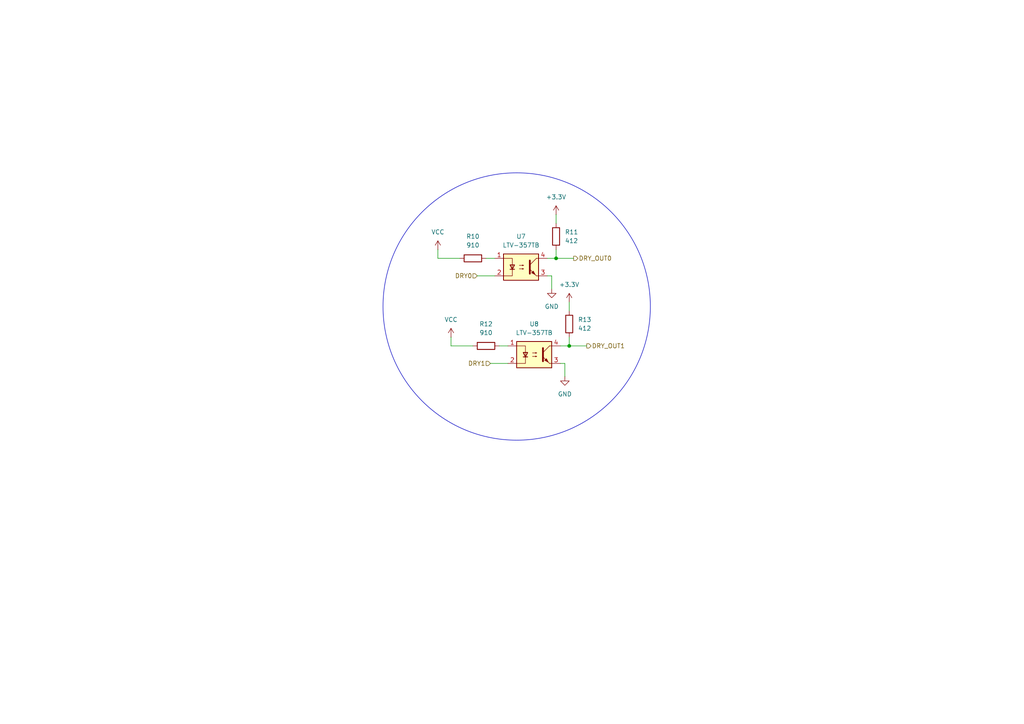
<source format=kicad_sch>
(kicad_sch (version 20250114) (generator "eeschema") (generator_version "9.0")
  (paper "A4")
  (lib_symbols
    (symbol "Device:R" (pin_numbers (hide yes)) (pin_names (offset 0))
      (property "Reference" "R" (at 2.032 0 90))
      (property "Value" "R" (at 0 0 90))
      (symbol "R_0_1"
        (rectangle (start -1.016 -2.54) (end 1.016 2.54) (stroke (width 0.254)))
      )
      (symbol "R_1_1"
        (pin passive line (at 0 3.81 270) (length 1.27) (name "~") (number "1"))
        (pin passive line (at 0 -3.81 90) (length 1.27) (name "~") (number "2"))
      )
    )
    (symbol "Isolator:LTV-357T" (pin_names (offset 1.016))
      (property "Reference" "U" (at -5.334 4.826 0))
      (property "Value" "LTV-357T" (at 0 5.08 0))
      (symbol "LTV-357T_0_1"
        (rectangle (start -5.08 3.81) (end 5.08 -3.81) (stroke (width 0.254)) (fill (type background)))
        (polyline (pts (xy -5.08 2.54) (xy -2.54 2.54) (xy -2.54 -0.762)))
        (polyline (pts (xy -3.175 -0.635) (xy -1.905 -0.635)) (stroke (width 0.254)))
        (polyline (pts (xy -2.54 -0.635) (xy -2.54 -2.54) (xy -5.08 -2.54)))
        (polyline (pts (xy -2.54 -0.635) (xy -3.175 0.635) (xy -1.905 0.635) (xy -2.54 -0.635)) (stroke (width 0.254)))
        (polyline (pts (xy -0.508 0.508) (xy 0.762 0.508) (xy 0.381 0.381) (xy 0.381 0.635) (xy 0.762 0.508)))
        (polyline (pts (xy -0.508 -0.508) (xy 0.762 -0.508) (xy 0.381 -0.635) (xy 0.381 -0.381) (xy 0.762 -0.508)))
        (polyline (pts (xy 2.54 1.905) (xy 2.54 -1.905) (xy 2.54 -1.905)) (stroke (width 0.508)))
        (polyline (pts (xy 2.54 0.635) (xy 4.445 2.54)))
        (polyline (pts (xy 3.048 -1.651) (xy 3.556 -1.143) (xy 4.064 -2.159) (xy 3.048 -1.651) (xy 3.048 -1.651)) (fill (type outline)))
        (polyline (pts (xy 4.445 2.54) (xy 5.08 2.54)))
        (polyline (pts (xy 4.445 -2.54) (xy 2.54 -0.635)) (fill (type outline)))
        (polyline (pts (xy 4.445 -2.54) (xy 5.08 -2.54)))
      )
      (symbol "LTV-357T_1_1"
        (pin passive line (at -7.62 2.54 0) (length 2.54) (name "~") (number "1"))
        (pin passive line (at -7.62 -2.54 0) (length 2.54) (name "~") (number "2"))
        (pin passive line (at 7.62 2.54 180) (length 2.54) (name "~") (number "4"))
        (pin passive line (at 7.62 -2.54 180) (length 2.54) (name "~") (number "3"))
      )
    )
    (symbol "power:+3.3V" (power) (pin_numbers (hide yes)) (pin_names (offset 0) (hide yes))
      (property "Value" "+3.3V" (at 0 3.556 0))
      (symbol "+3.3V_0_1"
        (polyline (pts (xy -0.762 1.27) (xy 0 2.54)))
        (polyline (pts (xy 0 2.54) (xy 0.762 1.27)))
        (polyline (pts (xy 0 0) (xy 0 2.54)))
      )
      (symbol "+3.3V_1_1"
        (pin power_in line (at 0 0 90) (length 0) (name "~") (number "1"))
      )
    )
    (symbol "power:GND" (power) (pin_numbers (hide yes)) (pin_names (offset 0) (hide yes))
      (property "Value" "GND" (at 0 -3.81 0))
      (symbol "GND_0_1"
        (polyline (pts (xy 0 0) (xy 0 -1.27) (xy 1.27 -1.27) (xy 0 -2.54) (xy -1.27 -1.27) (xy 0 -1.27)))
      )
      (symbol "GND_1_1"
        (pin power_in line (at 0 0 270) (length 0) (name "~") (number "1"))
      )
    )
    (symbol "power:VCC" (power) (pin_numbers (hide yes)) (pin_names (offset 0) (hide yes))
      (property "Value" "VCC" (at 0 3.556 0))
      (symbol "VCC_0_1"
        (polyline (pts (xy -0.762 1.27) (xy 0 2.54)))
        (polyline (pts (xy 0 2.54) (xy 0.762 1.27)))
        (polyline (pts (xy 0 0) (xy 0 2.54)))
      )
      (symbol "VCC_1_1"
        (pin power_in line (at 0 0 90) (length 0) (name "~") (number "1"))
      )
    )
  )
  (circle (center 149.86 88.9) (radius 38.7714))
  (junction (at 165.1 100.33))
  (junction (at 161.29 74.93))
  (wire (pts (xy 165.1 100.33) (xy 170.18 100.33)))
  (wire (pts (xy 127 74.93) (xy 133.35 74.93)))
  (wire (pts (xy 130.81 100.33) (xy 137.16 100.33)))
  (wire (pts (xy 161.29 62.23) (xy 161.29 64.77)))
  (wire (pts (xy 144.78 100.33) (xy 147.32 100.33)))
  (wire (pts (xy 161.29 74.93) (xy 161.29 72.39)))
  (wire (pts (xy 138.43 80.01) (xy 143.51 80.01)))
  (wire (pts (xy 140.97 74.93) (xy 143.51 74.93)))
  (wire (pts (xy 130.81 97.79) (xy 130.81 100.33)))
  (wire (pts (xy 127 72.39) (xy 127 74.93)))
  (wire (pts (xy 163.83 109.22) (xy 163.83 105.41)))
  (wire (pts (xy 158.75 74.93) (xy 161.29 74.93)))
  (wire (pts (xy 162.56 100.33) (xy 165.1 100.33)))
  (wire (pts (xy 142.24 105.41) (xy 147.32 105.41)))
  (wire (pts (xy 160.02 83.82) (xy 160.02 80.01)))
  (wire (pts (xy 161.29 74.93) (xy 166.37 74.93)))
  (wire (pts (xy 163.83 105.41) (xy 162.56 105.41)))
  (wire (pts (xy 165.1 87.63) (xy 165.1 90.17)))
  (wire (pts (xy 160.02 80.01) (xy 158.75 80.01)))
  (wire (pts (xy 165.1 100.33) (xy 165.1 97.79)))
  (hierarchical_label "DRY_OUT0" (shape output) (at 166.37 74.93 0))
  (hierarchical_label "DRY1" (shape input) (at 142.24 105.41 180))
  (hierarchical_label "DRY_OUT1" (shape output) (at 170.18 100.33 0))
  (hierarchical_label "DRY0" (shape input) (at 138.43 80.01 180))
  (symbol (lib_id "Device:R") (at 161.29 68.58 180) (unit 1)
    (property "Reference" "R11" (at 163.83 67.3099 0) (effects (justify right)))
    (property "Value" "412" (at 163.83 69.8499 0) (effects (justify right)))
    (property "Description" "Resistor" (effects (hide yes)))
  )
  (symbol (lib_id "power:+3.3V") (at 161.29 62.23 0) (unit 1)
    (property "Reference" "#PWR035" (effects (hide yes)))
    (property "Value" "+3.3V" (at 161.29 57.15 0))
    (property "Description" "Power symbol creates a global label with name \"+3.3V\"" (effects (hide yes)))
  )
  (symbol (lib_id "power:+3.3V") (at 165.1 87.63 0) (unit 1)
    (property "Reference" "#PWR040" (effects (hide yes)))
    (property "Value" "+3.3V" (at 165.1 82.55 0))
    (property "Description" "Power symbol creates a global label with name \"+3.3V\"" (effects (hide yes)))
  )
  (symbol (lib_id "power:VCC") (at 127 72.39 0) (unit 1)
    (property "Reference" "#PWR036" (effects (hide yes)))
    (property "Value" "VCC" (at 127 67.31 0))
    (property "Description" "Power symbol creates a global label with name \"VCC\"" (effects (hide yes)))
  )
  (symbol (lib_id "Isolator:LTV-357T") (at 151.13 77.47 0) (unit 1)
    (property "Reference" "U7" (at 151.13 68.58 0))
    (property "Value" "LTV-357TB" (at 151.13 71.12 0))
    (property "Footprint" "Package_SO:SO-4_4.4x3.6mm_P2.54mm" (effects (hide yes)))
    (property "Datasheet" "https://www.buerklin.com/medias/sys_master/download/download/h91/ha0/8892020588574.pdf" (effects (hide yes)))
    (property "Description" "DC Optocoupler, Vce 35V, CTR 50%, SO-4" (effects (hide yes)))
  )
  (symbol (lib_id "Device:R") (at 165.1 93.98 180) (unit 1)
    (property "Reference" "R13" (at 167.64 92.7099 0) (effects (justify right)))
    (property "Value" "412" (at 167.64 95.2499 0) (effects (justify right)))
    (property "Description" "Resistor" (effects (hide yes)))
  )
  (symbol (lib_id "Device:R") (at 137.16 74.93 90) (unit 1)
    (property "Reference" "R10" (at 137.16 68.58 90))
    (property "Value" "910" (at 137.16 71.12 90))
    (property "Footprint" "Resistor_SMD:R_0603_1608Metric" (effects (hide yes)))
    (property "Description" "Resistor" (effects (hide yes)))
    (property "LCSC#" "C114670" (effects (hide yes)))
  )
  (symbol (lib_id "Device:R") (at 140.97 100.33 90) (unit 1)
    (property "Reference" "R12" (at 140.97 93.98 90))
    (property "Value" "910" (at 140.97 96.52 90))
    (property "Footprint" "Resistor_SMD:R_0603_1608Metric" (effects (hide yes)))
    (property "Description" "Resistor" (effects (hide yes)))
    (property "LCSC#" "C114670" (effects (hide yes)))
  )
  (symbol (lib_id "power:GND") (at 160.02 83.82 0) (unit 1)
    (property "Reference" "#PWR034" (effects (hide yes)))
    (property "Value" "GND" (at 160.02 88.9 0))
    (property "Description" "Power symbol creates a global label with name \"GND\" , ground" (effects (hide yes)))
  )
  (symbol (lib_id "power:GND") (at 163.83 109.22 0) (unit 1)
    (property "Reference" "#PWR039" (effects (hide yes)))
    (property "Value" "GND" (at 163.83 114.3 0))
    (property "Description" "Power symbol creates a global label with name \"GND\" , ground" (effects (hide yes)))
  )
  (symbol (lib_id "Isolator:LTV-357T") (at 154.94 102.87 0) (unit 1)
    (property "Reference" "U8" (at 154.94 93.98 0))
    (property "Value" "LTV-357TB" (at 154.94 96.52 0))
    (property "Footprint" "Package_SO:SO-4_4.4x3.6mm_P2.54mm" (effects (hide yes)))
    (property "Datasheet" "https://www.buerklin.com/medias/sys_master/download/download/h91/ha0/8892020588574.pdf" (effects (hide yes)))
    (property "Description" "DC Optocoupler, Vce 35V, CTR 50%, SO-4" (effects (hide yes)))
  )
  (symbol (lib_id "power:VCC") (at 130.81 97.79 0) (unit 1)
    (property "Reference" "#PWR037" (effects (hide yes)))
    (property "Value" "VCC" (at 130.81 92.71 0))
    (property "Description" "Power symbol creates a global label with name \"VCC\"" (effects (hide yes)))
  )
)
</source>
